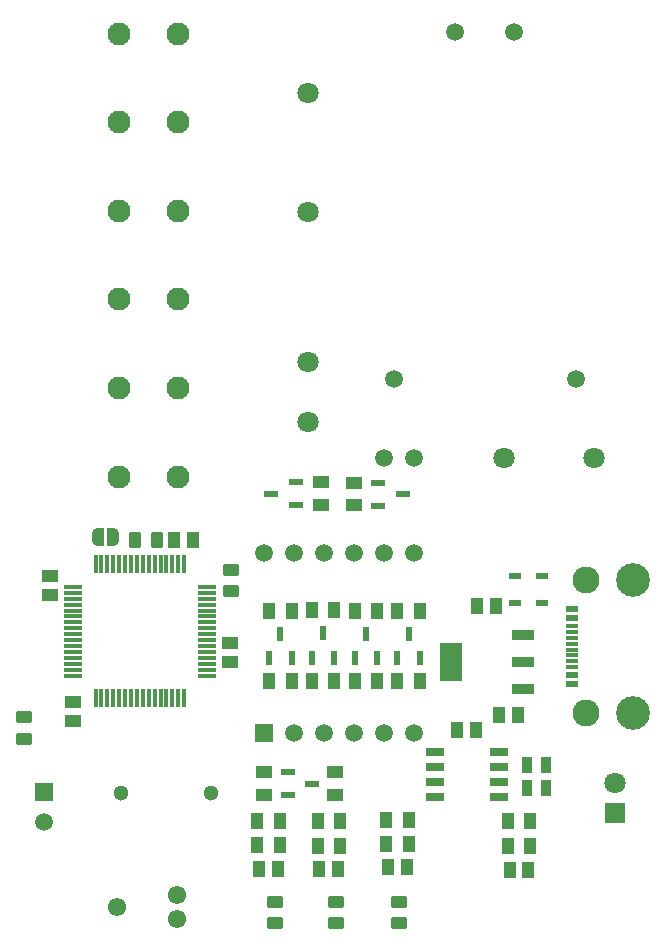
<source format=gbr>
%TF.GenerationSoftware,KiCad,Pcbnew,7.0.1*%
%TF.CreationDate,2024-01-25T20:06:11+01:00*%
%TF.ProjectId,OpenReflowPlate,4f70656e-5265-4666-9c6f-77506c617465,rev?*%
%TF.SameCoordinates,Original*%
%TF.FileFunction,Soldermask,Bot*%
%TF.FilePolarity,Negative*%
%FSLAX46Y46*%
G04 Gerber Fmt 4.6, Leading zero omitted, Abs format (unit mm)*
G04 Created by KiCad (PCBNEW 7.0.1) date 2024-01-25 20:06:11*
%MOMM*%
%LPD*%
G01*
G04 APERTURE LIST*
G04 Aperture macros list*
%AMRoundRect*
0 Rectangle with rounded corners*
0 $1 Rounding radius*
0 $2 $3 $4 $5 $6 $7 $8 $9 X,Y pos of 4 corners*
0 Add a 4 corners polygon primitive as box body*
4,1,4,$2,$3,$4,$5,$6,$7,$8,$9,$2,$3,0*
0 Add four circle primitives for the rounded corners*
1,1,$1+$1,$2,$3*
1,1,$1+$1,$4,$5*
1,1,$1+$1,$6,$7*
1,1,$1+$1,$8,$9*
0 Add four rect primitives between the rounded corners*
20,1,$1+$1,$2,$3,$4,$5,0*
20,1,$1+$1,$4,$5,$6,$7,0*
20,1,$1+$1,$6,$7,$8,$9,0*
20,1,$1+$1,$8,$9,$2,$3,0*%
%AMFreePoly0*
4,1,19,0.500000,-0.750000,0.000000,-0.750000,0.000000,-0.744911,-0.071157,-0.744911,-0.207708,-0.704816,-0.327430,-0.627875,-0.420627,-0.520320,-0.479746,-0.390866,-0.500000,-0.250000,-0.500000,0.250000,-0.479746,0.390866,-0.420627,0.520320,-0.327430,0.627875,-0.207708,0.704816,-0.071157,0.744911,0.000000,0.744911,0.000000,0.750000,0.500000,0.750000,0.500000,-0.750000,0.500000,-0.750000,
$1*%
%AMFreePoly1*
4,1,19,0.000000,0.744911,0.071157,0.744911,0.207708,0.704816,0.327430,0.627875,0.420627,0.520320,0.479746,0.390866,0.500000,0.250000,0.500000,-0.250000,0.479746,-0.390866,0.420627,-0.520320,0.327430,-0.627875,0.207708,-0.704816,0.071157,-0.744911,0.000000,-0.744911,0.000000,-0.750000,-0.500000,-0.750000,-0.500000,0.750000,0.000000,0.750000,0.000000,0.744911,0.000000,0.744911,
$1*%
G04 Aperture macros list end*
%ADD10R,1.500000X1.500000*%
%ADD11C,1.500000*%
%ADD12C,1.950000*%
%ADD13C,1.800000*%
%ADD14R,1.800000X1.800000*%
%ADD15C,1.550000*%
%ADD16RoundRect,0.250000X0.262500X0.450000X-0.262500X0.450000X-0.262500X-0.450000X0.262500X-0.450000X0*%
%ADD17R,1.000000X1.450000*%
%ADD18R,0.600000X1.250000*%
%ADD19R,1.020000X1.470000*%
%ADD20C,1.300000*%
%ADD21R,1.470000X1.020000*%
%ADD22R,1.450000X1.000000*%
%ADD23R,1.075000X0.500000*%
%ADD24R,1.250000X0.600000*%
%ADD25RoundRect,0.075000X0.700000X0.075000X-0.700000X0.075000X-0.700000X-0.075000X0.700000X-0.075000X0*%
%ADD26RoundRect,0.075000X0.075000X0.700000X-0.075000X0.700000X-0.075000X-0.700000X0.075000X-0.700000X0*%
%ADD27FreePoly0,0.000000*%
%ADD28FreePoly1,0.000000*%
%ADD29RoundRect,0.250000X0.450000X-0.262500X0.450000X0.262500X-0.450000X0.262500X-0.450000X-0.262500X0*%
%ADD30RoundRect,0.250000X-0.450000X0.262500X-0.450000X-0.262500X0.450000X-0.262500X0.450000X0.262500X0*%
%ADD31R,1.950000X0.900000*%
%ADD32R,1.950000X3.200000*%
%ADD33R,0.960000X1.390000*%
%ADD34R,1.100000X0.600000*%
%ADD35R,1.100000X0.300000*%
%ADD36C,2.280000*%
%ADD37C,2.850000*%
%ADD38R,1.525000X0.650000*%
G04 APERTURE END LIST*
D10*
%TO.C,U1*%
X108300000Y-85240000D03*
D11*
X110840000Y-85240000D03*
X113380000Y-85240000D03*
X115920000Y-85240000D03*
X118460000Y-85240000D03*
X121000000Y-85240000D03*
X121000000Y-70000000D03*
X118460000Y-70000000D03*
X115920000Y-70000000D03*
X113380000Y-70000000D03*
X110840000Y-70000000D03*
X108300000Y-70000000D03*
%TD*%
D12*
%TO.C,J3*%
X101000000Y-48500000D03*
X101000000Y-56000000D03*
X101000000Y-63500000D03*
X96000000Y-48500000D03*
X96000000Y-56000000D03*
X96000000Y-63500000D03*
%TD*%
D13*
%TO.C,K1*%
X112000000Y-31000000D03*
X112000000Y-41100000D03*
X112000000Y-53800000D03*
X112000000Y-58900000D03*
%TD*%
%TO.C,K2*%
X136240000Y-61975000D03*
X128620000Y-61975000D03*
D11*
X121000000Y-61975000D03*
X118460000Y-61975000D03*
%TD*%
D10*
%TO.C,J2*%
X89675000Y-90250000D03*
D11*
X89675000Y-92750000D03*
%TD*%
D14*
%TO.C,J1*%
X138000000Y-92000000D03*
D13*
X138000000Y-89460000D03*
%TD*%
D12*
%TO.C,J4*%
X101000000Y-26000000D03*
X101000000Y-33500000D03*
X101000000Y-41000000D03*
X96000000Y-26000000D03*
X96000000Y-33500000D03*
X96000000Y-41000000D03*
%TD*%
D15*
%TO.C,SWD*%
X95860000Y-99965000D03*
X100940000Y-98949000D03*
X100940000Y-100981000D03*
%TD*%
D11*
%TO.C,AC/DC 3w*%
X129500000Y-25825000D03*
X124500000Y-25825000D03*
X134700000Y-55225000D03*
X119300000Y-55225000D03*
%TD*%
D16*
%TO.C,R14*%
X99212500Y-68900000D03*
X97387500Y-68900000D03*
%TD*%
D17*
%TO.C,R9*%
X115985000Y-80850000D03*
X117885000Y-80850000D03*
%TD*%
%TO.C,R3*%
X108760000Y-74850000D03*
X110660000Y-74850000D03*
%TD*%
D18*
%TO.C,Q4*%
X121510000Y-78900000D03*
X119600000Y-78900000D03*
X120555000Y-76800000D03*
%TD*%
D17*
%TO.C,R1*%
X108760000Y-80850000D03*
X110660000Y-80850000D03*
%TD*%
D19*
%TO.C,C8*%
X130700000Y-96795000D03*
X129100000Y-96795000D03*
%TD*%
D20*
%TO.C,Buzzer*%
X103800000Y-90300000D03*
X96200000Y-90300000D03*
%TD*%
D19*
%TO.C,C11*%
X120400000Y-96600000D03*
X118800000Y-96600000D03*
%TD*%
D17*
%TO.C,R12*%
X119585000Y-74850000D03*
X121485000Y-74850000D03*
%TD*%
D21*
%TO.C,C4*%
X105400000Y-77600000D03*
X105400000Y-79200000D03*
%TD*%
D19*
%TO.C,C2*%
X127950000Y-74500000D03*
X126350000Y-74500000D03*
%TD*%
D17*
%TO.C,R11*%
X119585000Y-80850000D03*
X121485000Y-80850000D03*
%TD*%
D22*
%TO.C,R26*%
X115900000Y-64050000D03*
X115900000Y-65950000D03*
%TD*%
D23*
%TO.C,D2*%
X129538000Y-71900000D03*
X131862000Y-71900000D03*
%TD*%
D22*
%TO.C,R20*%
X114350000Y-88550000D03*
X114350000Y-90450000D03*
%TD*%
%TO.C,R19*%
X108350000Y-88550000D03*
X108350000Y-90450000D03*
%TD*%
D18*
%TO.C,Q2*%
X114255000Y-78850000D03*
X112345000Y-78850000D03*
X113300000Y-76750000D03*
%TD*%
D17*
%TO.C,R24*%
X120550000Y-94655000D03*
X118650000Y-94655000D03*
%TD*%
D24*
%TO.C,Q7*%
X117950000Y-65955000D03*
X117950000Y-64045000D03*
X120050000Y-65000000D03*
%TD*%
D25*
%TO.C,U2*%
X103475000Y-72850000D03*
X103475000Y-73350000D03*
X103475000Y-73850000D03*
X103475000Y-74350000D03*
X103475000Y-74850000D03*
X103475000Y-75350000D03*
X103475000Y-75850000D03*
X103475000Y-76350000D03*
X103475000Y-76850000D03*
X103475000Y-77350000D03*
X103475000Y-77850000D03*
X103475000Y-78350000D03*
X103475000Y-78850000D03*
X103475000Y-79350000D03*
X103475000Y-79850000D03*
X103475000Y-80350000D03*
D26*
X101550000Y-82275000D03*
X101050000Y-82275000D03*
X100550000Y-82275000D03*
X100050000Y-82275000D03*
X99550000Y-82275000D03*
X99050000Y-82275000D03*
X98550000Y-82275000D03*
X98050000Y-82275000D03*
X97550000Y-82275000D03*
X97050000Y-82275000D03*
X96550000Y-82275000D03*
X96050000Y-82275000D03*
X95550000Y-82275000D03*
X95050000Y-82275000D03*
X94550000Y-82275000D03*
X94050000Y-82275000D03*
D25*
X92125000Y-80350000D03*
X92125000Y-79850000D03*
X92125000Y-79350000D03*
X92125000Y-78850000D03*
X92125000Y-78350000D03*
X92125000Y-77850000D03*
X92125000Y-77350000D03*
X92125000Y-76850000D03*
X92125000Y-76350000D03*
X92125000Y-75850000D03*
X92125000Y-75350000D03*
X92125000Y-74850000D03*
X92125000Y-74350000D03*
X92125000Y-73850000D03*
X92125000Y-73350000D03*
X92125000Y-72850000D03*
D26*
X94050000Y-70925000D03*
X94550000Y-70925000D03*
X95050000Y-70925000D03*
X95550000Y-70925000D03*
X96050000Y-70925000D03*
X96550000Y-70925000D03*
X97050000Y-70925000D03*
X97550000Y-70925000D03*
X98050000Y-70925000D03*
X98550000Y-70925000D03*
X99050000Y-70925000D03*
X99550000Y-70925000D03*
X100050000Y-70925000D03*
X100550000Y-70925000D03*
X101050000Y-70925000D03*
X101550000Y-70925000D03*
%TD*%
D17*
%TO.C,R6*%
X112350000Y-74800000D03*
X114250000Y-74800000D03*
%TD*%
%TO.C,R5*%
X112350000Y-80800000D03*
X114250000Y-80800000D03*
%TD*%
%TO.C,R21*%
X120550000Y-92600000D03*
X118650000Y-92600000D03*
%TD*%
D27*
%TO.C,JP1*%
X94250000Y-68600000D03*
D28*
X95550000Y-68600000D03*
%TD*%
D29*
%TO.C,R13*%
X105500000Y-73212500D03*
X105500000Y-71387500D03*
%TD*%
D17*
%TO.C,R25*%
X114750000Y-92705000D03*
X112850000Y-92705000D03*
%TD*%
D30*
%TO.C,R7*%
X114400000Y-99487500D03*
X114400000Y-101312500D03*
%TD*%
D31*
%TO.C,IC2*%
X130200000Y-76900000D03*
X130200000Y-79200000D03*
X130200000Y-81500000D03*
D32*
X124100000Y-79200000D03*
%TD*%
D33*
%TO.C,LFB1*%
X132179188Y-87965000D03*
X130559188Y-87965000D03*
%TD*%
D23*
%TO.C,D1*%
X129538000Y-74200000D03*
X131862000Y-74200000D03*
%TD*%
D17*
%TO.C,R17*%
X109650000Y-92700000D03*
X107750000Y-92700000D03*
%TD*%
%TO.C,R18*%
X130850000Y-92695000D03*
X128950000Y-92695000D03*
%TD*%
D34*
%TO.C,J5*%
X134400000Y-74700000D03*
X134400000Y-75500000D03*
D35*
X134400000Y-76650000D03*
X134400000Y-77650000D03*
X134400000Y-78150000D03*
X134400000Y-79150000D03*
D34*
X134400000Y-80300000D03*
X134400000Y-81100000D03*
D35*
X134400000Y-79650000D03*
X134400000Y-78650000D03*
X134400000Y-77150000D03*
X134400000Y-76150000D03*
D36*
X135550000Y-72280000D03*
D37*
X139550000Y-72280000D03*
X139550000Y-83520000D03*
D36*
X135550000Y-83520000D03*
%TD*%
D17*
%TO.C,R22*%
X114750000Y-94800000D03*
X112850000Y-94800000D03*
%TD*%
D18*
%TO.C,Q1*%
X110655000Y-78900000D03*
X108745000Y-78900000D03*
X109700000Y-76800000D03*
%TD*%
D30*
%TO.C,R4*%
X109200000Y-99487500D03*
X109200000Y-101312500D03*
%TD*%
D38*
%TO.C,IC1*%
X128200000Y-86860000D03*
X128200000Y-88130000D03*
X128200000Y-89400000D03*
X128200000Y-90670000D03*
X122776000Y-90670000D03*
X122776000Y-89400000D03*
X122776000Y-88130000D03*
X122776000Y-86860000D03*
%TD*%
D21*
%TO.C,C5*%
X90200000Y-73500000D03*
X90200000Y-71900000D03*
%TD*%
D33*
%TO.C,LFB2*%
X132189188Y-89865000D03*
X130569188Y-89865000D03*
%TD*%
D30*
%TO.C,R2*%
X119700000Y-99500000D03*
X119700000Y-101325000D03*
%TD*%
D19*
%TO.C,C9*%
X109500000Y-96700000D03*
X107900000Y-96700000D03*
%TD*%
%TO.C,C1*%
X124688000Y-84965000D03*
X126288000Y-84965000D03*
%TD*%
D17*
%TO.C,R10*%
X115985000Y-74850000D03*
X117885000Y-74850000D03*
%TD*%
D22*
%TO.C,R23*%
X113100000Y-65905000D03*
X113100000Y-64005000D03*
%TD*%
D19*
%TO.C,C10*%
X114600000Y-96705000D03*
X113000000Y-96705000D03*
%TD*%
D24*
%TO.C,Q5*%
X110300000Y-90455000D03*
X110300000Y-88545000D03*
X112400000Y-89500000D03*
%TD*%
D30*
%TO.C,R8*%
X88000000Y-83900000D03*
X88000000Y-85725000D03*
%TD*%
D17*
%TO.C,R15*%
X130850000Y-94800000D03*
X128950000Y-94800000D03*
%TD*%
D18*
%TO.C,Q3*%
X117900000Y-78900000D03*
X115990000Y-78900000D03*
X116945000Y-76800000D03*
%TD*%
D19*
%TO.C,C3*%
X129800000Y-83700000D03*
X128200000Y-83700000D03*
%TD*%
%TO.C,C6*%
X100700000Y-68900000D03*
X102300000Y-68900000D03*
%TD*%
D21*
%TO.C,C7*%
X92100000Y-84200000D03*
X92100000Y-82600000D03*
%TD*%
D24*
%TO.C,Q6*%
X111000000Y-64000000D03*
X111000000Y-65910000D03*
X108900000Y-64955000D03*
%TD*%
D17*
%TO.C,R16*%
X109650000Y-94700000D03*
X107750000Y-94700000D03*
%TD*%
M02*

</source>
